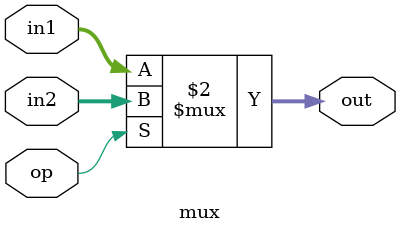
<source format=v>
module mux(in1, in2, out, op);

input [31:0] in1;
input [31:0] in2;
input op;

output [31:0] out;

assign out = (op == 0) ? in1 : in2;

endmodule

</source>
